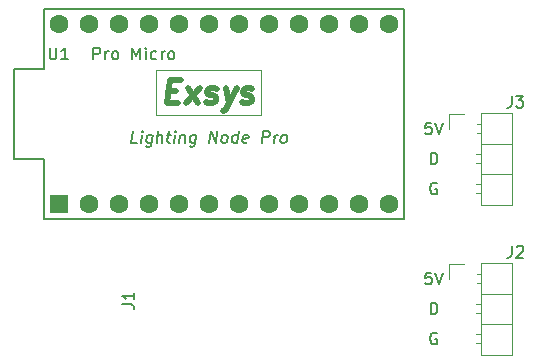
<source format=gto>
G04 #@! TF.GenerationSoftware,KiCad,Pcbnew,7.0.1*
G04 #@! TF.CreationDate,2023-04-10T14:55:27+02:00*
G04 #@! TF.ProjectId,LightingNodeProV2,4c696768-7469-46e6-974e-6f646550726f,rev?*
G04 #@! TF.SameCoordinates,Original*
G04 #@! TF.FileFunction,Legend,Top*
G04 #@! TF.FilePolarity,Positive*
%FSLAX46Y46*%
G04 Gerber Fmt 4.6, Leading zero omitted, Abs format (unit mm)*
G04 Created by KiCad (PCBNEW 7.0.1) date 2023-04-10 14:55:27*
%MOMM*%
%LPD*%
G01*
G04 APERTURE LIST*
%ADD10C,0.120000*%
%ADD11C,0.150000*%
%ADD12C,0.500000*%
%ADD13R,1.600000X1.600000*%
%ADD14C,1.600000*%
G04 APERTURE END LIST*
D10*
X133985000Y-82820000D02*
X133985000Y-86630000D01*
X133985000Y-86630000D02*
X142875000Y-86630000D01*
X133985000Y-82820000D02*
X142875000Y-82820000D01*
X142875000Y-86630000D02*
X142875000Y-82820000D01*
D11*
X157289523Y-87282619D02*
X156813333Y-87282619D01*
X156813333Y-87282619D02*
X156765714Y-87758809D01*
X156765714Y-87758809D02*
X156813333Y-87711190D01*
X156813333Y-87711190D02*
X156908571Y-87663571D01*
X156908571Y-87663571D02*
X157146666Y-87663571D01*
X157146666Y-87663571D02*
X157241904Y-87711190D01*
X157241904Y-87711190D02*
X157289523Y-87758809D01*
X157289523Y-87758809D02*
X157337142Y-87854047D01*
X157337142Y-87854047D02*
X157337142Y-88092142D01*
X157337142Y-88092142D02*
X157289523Y-88187380D01*
X157289523Y-88187380D02*
X157241904Y-88235000D01*
X157241904Y-88235000D02*
X157146666Y-88282619D01*
X157146666Y-88282619D02*
X156908571Y-88282619D01*
X156908571Y-88282619D02*
X156813333Y-88235000D01*
X156813333Y-88235000D02*
X156765714Y-88187380D01*
X157622857Y-87282619D02*
X157956190Y-88282619D01*
X157956190Y-88282619D02*
X158289523Y-87282619D01*
X157218095Y-90822619D02*
X157218095Y-89822619D01*
X157218095Y-89822619D02*
X157456190Y-89822619D01*
X157456190Y-89822619D02*
X157599047Y-89870238D01*
X157599047Y-89870238D02*
X157694285Y-89965476D01*
X157694285Y-89965476D02*
X157741904Y-90060714D01*
X157741904Y-90060714D02*
X157789523Y-90251190D01*
X157789523Y-90251190D02*
X157789523Y-90394047D01*
X157789523Y-90394047D02*
X157741904Y-90584523D01*
X157741904Y-90584523D02*
X157694285Y-90679761D01*
X157694285Y-90679761D02*
X157599047Y-90775000D01*
X157599047Y-90775000D02*
X157456190Y-90822619D01*
X157456190Y-90822619D02*
X157218095Y-90822619D01*
X157741904Y-105110238D02*
X157646666Y-105062619D01*
X157646666Y-105062619D02*
X157503809Y-105062619D01*
X157503809Y-105062619D02*
X157360952Y-105110238D01*
X157360952Y-105110238D02*
X157265714Y-105205476D01*
X157265714Y-105205476D02*
X157218095Y-105300714D01*
X157218095Y-105300714D02*
X157170476Y-105491190D01*
X157170476Y-105491190D02*
X157170476Y-105634047D01*
X157170476Y-105634047D02*
X157218095Y-105824523D01*
X157218095Y-105824523D02*
X157265714Y-105919761D01*
X157265714Y-105919761D02*
X157360952Y-106015000D01*
X157360952Y-106015000D02*
X157503809Y-106062619D01*
X157503809Y-106062619D02*
X157599047Y-106062619D01*
X157599047Y-106062619D02*
X157741904Y-106015000D01*
X157741904Y-106015000D02*
X157789523Y-105967380D01*
X157789523Y-105967380D02*
X157789523Y-105634047D01*
X157789523Y-105634047D02*
X157599047Y-105634047D01*
X157218095Y-103522619D02*
X157218095Y-102522619D01*
X157218095Y-102522619D02*
X157456190Y-102522619D01*
X157456190Y-102522619D02*
X157599047Y-102570238D01*
X157599047Y-102570238D02*
X157694285Y-102665476D01*
X157694285Y-102665476D02*
X157741904Y-102760714D01*
X157741904Y-102760714D02*
X157789523Y-102951190D01*
X157789523Y-102951190D02*
X157789523Y-103094047D01*
X157789523Y-103094047D02*
X157741904Y-103284523D01*
X157741904Y-103284523D02*
X157694285Y-103379761D01*
X157694285Y-103379761D02*
X157599047Y-103475000D01*
X157599047Y-103475000D02*
X157456190Y-103522619D01*
X157456190Y-103522619D02*
X157218095Y-103522619D01*
X128675238Y-81932619D02*
X128675238Y-80932619D01*
X128675238Y-80932619D02*
X129056190Y-80932619D01*
X129056190Y-80932619D02*
X129151428Y-80980238D01*
X129151428Y-80980238D02*
X129199047Y-81027857D01*
X129199047Y-81027857D02*
X129246666Y-81123095D01*
X129246666Y-81123095D02*
X129246666Y-81265952D01*
X129246666Y-81265952D02*
X129199047Y-81361190D01*
X129199047Y-81361190D02*
X129151428Y-81408809D01*
X129151428Y-81408809D02*
X129056190Y-81456428D01*
X129056190Y-81456428D02*
X128675238Y-81456428D01*
X129675238Y-81932619D02*
X129675238Y-81265952D01*
X129675238Y-81456428D02*
X129722857Y-81361190D01*
X129722857Y-81361190D02*
X129770476Y-81313571D01*
X129770476Y-81313571D02*
X129865714Y-81265952D01*
X129865714Y-81265952D02*
X129960952Y-81265952D01*
X130437143Y-81932619D02*
X130341905Y-81885000D01*
X130341905Y-81885000D02*
X130294286Y-81837380D01*
X130294286Y-81837380D02*
X130246667Y-81742142D01*
X130246667Y-81742142D02*
X130246667Y-81456428D01*
X130246667Y-81456428D02*
X130294286Y-81361190D01*
X130294286Y-81361190D02*
X130341905Y-81313571D01*
X130341905Y-81313571D02*
X130437143Y-81265952D01*
X130437143Y-81265952D02*
X130580000Y-81265952D01*
X130580000Y-81265952D02*
X130675238Y-81313571D01*
X130675238Y-81313571D02*
X130722857Y-81361190D01*
X130722857Y-81361190D02*
X130770476Y-81456428D01*
X130770476Y-81456428D02*
X130770476Y-81742142D01*
X130770476Y-81742142D02*
X130722857Y-81837380D01*
X130722857Y-81837380D02*
X130675238Y-81885000D01*
X130675238Y-81885000D02*
X130580000Y-81932619D01*
X130580000Y-81932619D02*
X130437143Y-81932619D01*
X131960953Y-81932619D02*
X131960953Y-80932619D01*
X131960953Y-80932619D02*
X132294286Y-81646904D01*
X132294286Y-81646904D02*
X132627619Y-80932619D01*
X132627619Y-80932619D02*
X132627619Y-81932619D01*
X133103810Y-81932619D02*
X133103810Y-81265952D01*
X133103810Y-80932619D02*
X133056191Y-80980238D01*
X133056191Y-80980238D02*
X133103810Y-81027857D01*
X133103810Y-81027857D02*
X133151429Y-80980238D01*
X133151429Y-80980238D02*
X133103810Y-80932619D01*
X133103810Y-80932619D02*
X133103810Y-81027857D01*
X134008571Y-81885000D02*
X133913333Y-81932619D01*
X133913333Y-81932619D02*
X133722857Y-81932619D01*
X133722857Y-81932619D02*
X133627619Y-81885000D01*
X133627619Y-81885000D02*
X133580000Y-81837380D01*
X133580000Y-81837380D02*
X133532381Y-81742142D01*
X133532381Y-81742142D02*
X133532381Y-81456428D01*
X133532381Y-81456428D02*
X133580000Y-81361190D01*
X133580000Y-81361190D02*
X133627619Y-81313571D01*
X133627619Y-81313571D02*
X133722857Y-81265952D01*
X133722857Y-81265952D02*
X133913333Y-81265952D01*
X133913333Y-81265952D02*
X134008571Y-81313571D01*
X134437143Y-81932619D02*
X134437143Y-81265952D01*
X134437143Y-81456428D02*
X134484762Y-81361190D01*
X134484762Y-81361190D02*
X134532381Y-81313571D01*
X134532381Y-81313571D02*
X134627619Y-81265952D01*
X134627619Y-81265952D02*
X134722857Y-81265952D01*
X135199048Y-81932619D02*
X135103810Y-81885000D01*
X135103810Y-81885000D02*
X135056191Y-81837380D01*
X135056191Y-81837380D02*
X135008572Y-81742142D01*
X135008572Y-81742142D02*
X135008572Y-81456428D01*
X135008572Y-81456428D02*
X135056191Y-81361190D01*
X135056191Y-81361190D02*
X135103810Y-81313571D01*
X135103810Y-81313571D02*
X135199048Y-81265952D01*
X135199048Y-81265952D02*
X135341905Y-81265952D01*
X135341905Y-81265952D02*
X135437143Y-81313571D01*
X135437143Y-81313571D02*
X135484762Y-81361190D01*
X135484762Y-81361190D02*
X135532381Y-81456428D01*
X135532381Y-81456428D02*
X135532381Y-81742142D01*
X135532381Y-81742142D02*
X135484762Y-81837380D01*
X135484762Y-81837380D02*
X135437143Y-81885000D01*
X135437143Y-81885000D02*
X135341905Y-81932619D01*
X135341905Y-81932619D02*
X135199048Y-81932619D01*
X157741904Y-92410238D02*
X157646666Y-92362619D01*
X157646666Y-92362619D02*
X157503809Y-92362619D01*
X157503809Y-92362619D02*
X157360952Y-92410238D01*
X157360952Y-92410238D02*
X157265714Y-92505476D01*
X157265714Y-92505476D02*
X157218095Y-92600714D01*
X157218095Y-92600714D02*
X157170476Y-92791190D01*
X157170476Y-92791190D02*
X157170476Y-92934047D01*
X157170476Y-92934047D02*
X157218095Y-93124523D01*
X157218095Y-93124523D02*
X157265714Y-93219761D01*
X157265714Y-93219761D02*
X157360952Y-93315000D01*
X157360952Y-93315000D02*
X157503809Y-93362619D01*
X157503809Y-93362619D02*
X157599047Y-93362619D01*
X157599047Y-93362619D02*
X157741904Y-93315000D01*
X157741904Y-93315000D02*
X157789523Y-93267380D01*
X157789523Y-93267380D02*
X157789523Y-92934047D01*
X157789523Y-92934047D02*
X157599047Y-92934047D01*
X157289523Y-99982619D02*
X156813333Y-99982619D01*
X156813333Y-99982619D02*
X156765714Y-100458809D01*
X156765714Y-100458809D02*
X156813333Y-100411190D01*
X156813333Y-100411190D02*
X156908571Y-100363571D01*
X156908571Y-100363571D02*
X157146666Y-100363571D01*
X157146666Y-100363571D02*
X157241904Y-100411190D01*
X157241904Y-100411190D02*
X157289523Y-100458809D01*
X157289523Y-100458809D02*
X157337142Y-100554047D01*
X157337142Y-100554047D02*
X157337142Y-100792142D01*
X157337142Y-100792142D02*
X157289523Y-100887380D01*
X157289523Y-100887380D02*
X157241904Y-100935000D01*
X157241904Y-100935000D02*
X157146666Y-100982619D01*
X157146666Y-100982619D02*
X156908571Y-100982619D01*
X156908571Y-100982619D02*
X156813333Y-100935000D01*
X156813333Y-100935000D02*
X156765714Y-100887380D01*
X157622857Y-99982619D02*
X157956190Y-100982619D01*
X157956190Y-100982619D02*
X158289523Y-99982619D01*
X132367499Y-88997619D02*
X131891308Y-88997619D01*
X131891308Y-88997619D02*
X132016308Y-87997619D01*
X132694879Y-88997619D02*
X132778213Y-88330952D01*
X132819879Y-87997619D02*
X132766308Y-88045238D01*
X132766308Y-88045238D02*
X132807975Y-88092857D01*
X132807975Y-88092857D02*
X132861546Y-88045238D01*
X132861546Y-88045238D02*
X132819879Y-87997619D01*
X132819879Y-87997619D02*
X132807975Y-88092857D01*
X133677022Y-88330952D02*
X133575832Y-89140476D01*
X133575832Y-89140476D02*
X133516308Y-89235714D01*
X133516308Y-89235714D02*
X133462736Y-89283333D01*
X133462736Y-89283333D02*
X133361546Y-89330952D01*
X133361546Y-89330952D02*
X133218689Y-89330952D01*
X133218689Y-89330952D02*
X133129403Y-89283333D01*
X133599641Y-88950000D02*
X133498451Y-88997619D01*
X133498451Y-88997619D02*
X133307975Y-88997619D01*
X133307975Y-88997619D02*
X133218689Y-88950000D01*
X133218689Y-88950000D02*
X133177022Y-88902380D01*
X133177022Y-88902380D02*
X133141308Y-88807142D01*
X133141308Y-88807142D02*
X133177022Y-88521428D01*
X133177022Y-88521428D02*
X133236546Y-88426190D01*
X133236546Y-88426190D02*
X133290117Y-88378571D01*
X133290117Y-88378571D02*
X133391308Y-88330952D01*
X133391308Y-88330952D02*
X133581784Y-88330952D01*
X133581784Y-88330952D02*
X133671070Y-88378571D01*
X134022260Y-88997619D02*
X134147260Y-87997619D01*
X134450832Y-88997619D02*
X134516308Y-88473809D01*
X134516308Y-88473809D02*
X134480594Y-88378571D01*
X134480594Y-88378571D02*
X134391308Y-88330952D01*
X134391308Y-88330952D02*
X134248451Y-88330952D01*
X134248451Y-88330952D02*
X134147260Y-88378571D01*
X134147260Y-88378571D02*
X134093689Y-88426190D01*
X134861547Y-88330952D02*
X135242499Y-88330952D01*
X135046070Y-87997619D02*
X134938928Y-88854761D01*
X134938928Y-88854761D02*
X134974642Y-88950000D01*
X134974642Y-88950000D02*
X135063928Y-88997619D01*
X135063928Y-88997619D02*
X135159166Y-88997619D01*
X135486546Y-88997619D02*
X135569880Y-88330952D01*
X135611546Y-87997619D02*
X135557975Y-88045238D01*
X135557975Y-88045238D02*
X135599642Y-88092857D01*
X135599642Y-88092857D02*
X135653213Y-88045238D01*
X135653213Y-88045238D02*
X135611546Y-87997619D01*
X135611546Y-87997619D02*
X135599642Y-88092857D01*
X136040118Y-88330952D02*
X135956784Y-88997619D01*
X136028213Y-88426190D02*
X136081784Y-88378571D01*
X136081784Y-88378571D02*
X136182975Y-88330952D01*
X136182975Y-88330952D02*
X136325832Y-88330952D01*
X136325832Y-88330952D02*
X136415118Y-88378571D01*
X136415118Y-88378571D02*
X136450832Y-88473809D01*
X136450832Y-88473809D02*
X136385356Y-88997619D01*
X137367499Y-88330952D02*
X137266309Y-89140476D01*
X137266309Y-89140476D02*
X137206785Y-89235714D01*
X137206785Y-89235714D02*
X137153213Y-89283333D01*
X137153213Y-89283333D02*
X137052023Y-89330952D01*
X137052023Y-89330952D02*
X136909166Y-89330952D01*
X136909166Y-89330952D02*
X136819880Y-89283333D01*
X137290118Y-88950000D02*
X137188928Y-88997619D01*
X137188928Y-88997619D02*
X136998452Y-88997619D01*
X136998452Y-88997619D02*
X136909166Y-88950000D01*
X136909166Y-88950000D02*
X136867499Y-88902380D01*
X136867499Y-88902380D02*
X136831785Y-88807142D01*
X136831785Y-88807142D02*
X136867499Y-88521428D01*
X136867499Y-88521428D02*
X136927023Y-88426190D01*
X136927023Y-88426190D02*
X136980594Y-88378571D01*
X136980594Y-88378571D02*
X137081785Y-88330952D01*
X137081785Y-88330952D02*
X137272261Y-88330952D01*
X137272261Y-88330952D02*
X137361547Y-88378571D01*
X138474642Y-88997619D02*
X138599642Y-87997619D01*
X138599642Y-87997619D02*
X139046071Y-88997619D01*
X139046071Y-88997619D02*
X139171071Y-87997619D01*
X139659167Y-88997619D02*
X139569881Y-88950000D01*
X139569881Y-88950000D02*
X139528214Y-88902380D01*
X139528214Y-88902380D02*
X139492500Y-88807142D01*
X139492500Y-88807142D02*
X139528214Y-88521428D01*
X139528214Y-88521428D02*
X139587738Y-88426190D01*
X139587738Y-88426190D02*
X139641309Y-88378571D01*
X139641309Y-88378571D02*
X139742500Y-88330952D01*
X139742500Y-88330952D02*
X139885357Y-88330952D01*
X139885357Y-88330952D02*
X139974643Y-88378571D01*
X139974643Y-88378571D02*
X140016309Y-88426190D01*
X140016309Y-88426190D02*
X140052024Y-88521428D01*
X140052024Y-88521428D02*
X140016309Y-88807142D01*
X140016309Y-88807142D02*
X139956786Y-88902380D01*
X139956786Y-88902380D02*
X139903214Y-88950000D01*
X139903214Y-88950000D02*
X139802024Y-88997619D01*
X139802024Y-88997619D02*
X139659167Y-88997619D01*
X140843691Y-88997619D02*
X140968691Y-87997619D01*
X140849643Y-88950000D02*
X140748453Y-88997619D01*
X140748453Y-88997619D02*
X140557977Y-88997619D01*
X140557977Y-88997619D02*
X140468691Y-88950000D01*
X140468691Y-88950000D02*
X140427024Y-88902380D01*
X140427024Y-88902380D02*
X140391310Y-88807142D01*
X140391310Y-88807142D02*
X140427024Y-88521428D01*
X140427024Y-88521428D02*
X140486548Y-88426190D01*
X140486548Y-88426190D02*
X140540119Y-88378571D01*
X140540119Y-88378571D02*
X140641310Y-88330952D01*
X140641310Y-88330952D02*
X140831786Y-88330952D01*
X140831786Y-88330952D02*
X140921072Y-88378571D01*
X141700834Y-88950000D02*
X141599644Y-88997619D01*
X141599644Y-88997619D02*
X141409167Y-88997619D01*
X141409167Y-88997619D02*
X141319882Y-88950000D01*
X141319882Y-88950000D02*
X141284167Y-88854761D01*
X141284167Y-88854761D02*
X141331787Y-88473809D01*
X141331787Y-88473809D02*
X141391310Y-88378571D01*
X141391310Y-88378571D02*
X141492501Y-88330952D01*
X141492501Y-88330952D02*
X141682977Y-88330952D01*
X141682977Y-88330952D02*
X141772263Y-88378571D01*
X141772263Y-88378571D02*
X141807977Y-88473809D01*
X141807977Y-88473809D02*
X141796072Y-88569047D01*
X141796072Y-88569047D02*
X141307977Y-88664285D01*
X142927024Y-88997619D02*
X143052024Y-87997619D01*
X143052024Y-87997619D02*
X143432977Y-87997619D01*
X143432977Y-87997619D02*
X143522262Y-88045238D01*
X143522262Y-88045238D02*
X143563929Y-88092857D01*
X143563929Y-88092857D02*
X143599643Y-88188095D01*
X143599643Y-88188095D02*
X143581786Y-88330952D01*
X143581786Y-88330952D02*
X143522262Y-88426190D01*
X143522262Y-88426190D02*
X143468691Y-88473809D01*
X143468691Y-88473809D02*
X143367501Y-88521428D01*
X143367501Y-88521428D02*
X142986548Y-88521428D01*
X143921072Y-88997619D02*
X144004406Y-88330952D01*
X143980596Y-88521428D02*
X144040120Y-88426190D01*
X144040120Y-88426190D02*
X144093691Y-88378571D01*
X144093691Y-88378571D02*
X144194882Y-88330952D01*
X144194882Y-88330952D02*
X144290120Y-88330952D01*
X144677025Y-88997619D02*
X144587739Y-88950000D01*
X144587739Y-88950000D02*
X144546072Y-88902380D01*
X144546072Y-88902380D02*
X144510358Y-88807142D01*
X144510358Y-88807142D02*
X144546072Y-88521428D01*
X144546072Y-88521428D02*
X144605596Y-88426190D01*
X144605596Y-88426190D02*
X144659167Y-88378571D01*
X144659167Y-88378571D02*
X144760358Y-88330952D01*
X144760358Y-88330952D02*
X144903215Y-88330952D01*
X144903215Y-88330952D02*
X144992501Y-88378571D01*
X144992501Y-88378571D02*
X145034167Y-88426190D01*
X145034167Y-88426190D02*
X145069882Y-88521428D01*
X145069882Y-88521428D02*
X145034167Y-88807142D01*
X145034167Y-88807142D02*
X144974644Y-88902380D01*
X144974644Y-88902380D02*
X144921072Y-88950000D01*
X144921072Y-88950000D02*
X144819882Y-88997619D01*
X144819882Y-88997619D02*
X144677025Y-88997619D01*
D12*
X135001429Y-84602619D02*
X135668095Y-84602619D01*
X135822857Y-85650238D02*
X134870476Y-85650238D01*
X134870476Y-85650238D02*
X135120476Y-83650238D01*
X135120476Y-83650238D02*
X136072857Y-83650238D01*
X136477619Y-85650238D02*
X137691905Y-84316904D01*
X136644286Y-84316904D02*
X137525238Y-85650238D01*
X138191905Y-85555000D02*
X138370476Y-85650238D01*
X138370476Y-85650238D02*
X138751429Y-85650238D01*
X138751429Y-85650238D02*
X138953810Y-85555000D01*
X138953810Y-85555000D02*
X139072857Y-85364523D01*
X139072857Y-85364523D02*
X139084762Y-85269285D01*
X139084762Y-85269285D02*
X139013333Y-85078809D01*
X139013333Y-85078809D02*
X138834762Y-84983571D01*
X138834762Y-84983571D02*
X138549048Y-84983571D01*
X138549048Y-84983571D02*
X138370476Y-84888333D01*
X138370476Y-84888333D02*
X138299048Y-84697857D01*
X138299048Y-84697857D02*
X138310953Y-84602619D01*
X138310953Y-84602619D02*
X138430000Y-84412142D01*
X138430000Y-84412142D02*
X138632381Y-84316904D01*
X138632381Y-84316904D02*
X138918095Y-84316904D01*
X138918095Y-84316904D02*
X139096667Y-84412142D01*
X139858572Y-84316904D02*
X140168096Y-85650238D01*
X140810953Y-84316904D02*
X140168096Y-85650238D01*
X140168096Y-85650238D02*
X139918096Y-86126428D01*
X139918096Y-86126428D02*
X139810953Y-86221666D01*
X139810953Y-86221666D02*
X139608572Y-86316904D01*
X141227619Y-85555000D02*
X141406190Y-85650238D01*
X141406190Y-85650238D02*
X141787143Y-85650238D01*
X141787143Y-85650238D02*
X141989524Y-85555000D01*
X141989524Y-85555000D02*
X142108571Y-85364523D01*
X142108571Y-85364523D02*
X142120476Y-85269285D01*
X142120476Y-85269285D02*
X142049047Y-85078809D01*
X142049047Y-85078809D02*
X141870476Y-84983571D01*
X141870476Y-84983571D02*
X141584762Y-84983571D01*
X141584762Y-84983571D02*
X141406190Y-84888333D01*
X141406190Y-84888333D02*
X141334762Y-84697857D01*
X141334762Y-84697857D02*
X141346667Y-84602619D01*
X141346667Y-84602619D02*
X141465714Y-84412142D01*
X141465714Y-84412142D02*
X141668095Y-84316904D01*
X141668095Y-84316904D02*
X141953809Y-84316904D01*
X141953809Y-84316904D02*
X142132381Y-84412142D01*
D11*
X164071666Y-85012619D02*
X164071666Y-85726904D01*
X164071666Y-85726904D02*
X164024047Y-85869761D01*
X164024047Y-85869761D02*
X163928809Y-85965000D01*
X163928809Y-85965000D02*
X163785952Y-86012619D01*
X163785952Y-86012619D02*
X163690714Y-86012619D01*
X164452619Y-85012619D02*
X165071666Y-85012619D01*
X165071666Y-85012619D02*
X164738333Y-85393571D01*
X164738333Y-85393571D02*
X164881190Y-85393571D01*
X164881190Y-85393571D02*
X164976428Y-85441190D01*
X164976428Y-85441190D02*
X165024047Y-85488809D01*
X165024047Y-85488809D02*
X165071666Y-85584047D01*
X165071666Y-85584047D02*
X165071666Y-85822142D01*
X165071666Y-85822142D02*
X165024047Y-85917380D01*
X165024047Y-85917380D02*
X164976428Y-85965000D01*
X164976428Y-85965000D02*
X164881190Y-86012619D01*
X164881190Y-86012619D02*
X164595476Y-86012619D01*
X164595476Y-86012619D02*
X164500238Y-85965000D01*
X164500238Y-85965000D02*
X164452619Y-85917380D01*
X124968095Y-80932619D02*
X124968095Y-81742142D01*
X124968095Y-81742142D02*
X125015714Y-81837380D01*
X125015714Y-81837380D02*
X125063333Y-81885000D01*
X125063333Y-81885000D02*
X125158571Y-81932619D01*
X125158571Y-81932619D02*
X125349047Y-81932619D01*
X125349047Y-81932619D02*
X125444285Y-81885000D01*
X125444285Y-81885000D02*
X125491904Y-81837380D01*
X125491904Y-81837380D02*
X125539523Y-81742142D01*
X125539523Y-81742142D02*
X125539523Y-80932619D01*
X126539523Y-81932619D02*
X125968095Y-81932619D01*
X126253809Y-81932619D02*
X126253809Y-80932619D01*
X126253809Y-80932619D02*
X126158571Y-81075476D01*
X126158571Y-81075476D02*
X126063333Y-81170714D01*
X126063333Y-81170714D02*
X125968095Y-81218333D01*
X131117619Y-102673333D02*
X131831904Y-102673333D01*
X131831904Y-102673333D02*
X131974761Y-102720952D01*
X131974761Y-102720952D02*
X132070000Y-102816190D01*
X132070000Y-102816190D02*
X132117619Y-102959047D01*
X132117619Y-102959047D02*
X132117619Y-103054285D01*
X132117619Y-101673333D02*
X132117619Y-102244761D01*
X132117619Y-101959047D02*
X131117619Y-101959047D01*
X131117619Y-101959047D02*
X131260476Y-102054285D01*
X131260476Y-102054285D02*
X131355714Y-102149523D01*
X131355714Y-102149523D02*
X131403333Y-102244761D01*
X164071666Y-97712619D02*
X164071666Y-98426904D01*
X164071666Y-98426904D02*
X164024047Y-98569761D01*
X164024047Y-98569761D02*
X163928809Y-98665000D01*
X163928809Y-98665000D02*
X163785952Y-98712619D01*
X163785952Y-98712619D02*
X163690714Y-98712619D01*
X164500238Y-97807857D02*
X164547857Y-97760238D01*
X164547857Y-97760238D02*
X164643095Y-97712619D01*
X164643095Y-97712619D02*
X164881190Y-97712619D01*
X164881190Y-97712619D02*
X164976428Y-97760238D01*
X164976428Y-97760238D02*
X165024047Y-97807857D01*
X165024047Y-97807857D02*
X165071666Y-97903095D01*
X165071666Y-97903095D02*
X165071666Y-97998333D01*
X165071666Y-97998333D02*
X165024047Y-98141190D01*
X165024047Y-98141190D02*
X164452619Y-98712619D01*
X164452619Y-98712619D02*
X165071666Y-98712619D01*
D10*
X158750000Y-86550000D02*
X160020000Y-86550000D01*
X158750000Y-87820000D02*
X158750000Y-86550000D01*
X161062929Y-89980000D02*
X161460000Y-89980000D01*
X161062929Y-90740000D02*
X161460000Y-90740000D01*
X161062929Y-92520000D02*
X161460000Y-92520000D01*
X161062929Y-93280000D02*
X161460000Y-93280000D01*
X161130000Y-87440000D02*
X161460000Y-87440000D01*
X161130000Y-88200000D02*
X161460000Y-88200000D01*
X161460000Y-86490000D02*
X161460000Y-94230000D01*
X161460000Y-89090000D02*
X164120000Y-89090000D01*
X161460000Y-91630000D02*
X164120000Y-91630000D01*
X161460000Y-94230000D02*
X164120000Y-94230000D01*
X164120000Y-86490000D02*
X161460000Y-86490000D01*
X164120000Y-94230000D02*
X164120000Y-86490000D01*
D11*
X121920000Y-82740000D02*
X124460000Y-82740000D01*
X121920000Y-90360000D02*
X121920000Y-82740000D01*
X124460000Y-77660000D02*
X154940000Y-77660000D01*
X124460000Y-82740000D02*
X124460000Y-77660000D01*
X124460000Y-90360000D02*
X121920000Y-90360000D01*
X124460000Y-95440000D02*
X124460000Y-90360000D01*
X124460000Y-95440000D02*
X154940000Y-95440000D01*
X154940000Y-77660000D02*
X154940000Y-95440000D01*
D10*
X158750000Y-99250000D02*
X160020000Y-99250000D01*
X158750000Y-100520000D02*
X158750000Y-99250000D01*
X161062929Y-102680000D02*
X161460000Y-102680000D01*
X161062929Y-103440000D02*
X161460000Y-103440000D01*
X161062929Y-105220000D02*
X161460000Y-105220000D01*
X161062929Y-105980000D02*
X161460000Y-105980000D01*
X161130000Y-100140000D02*
X161460000Y-100140000D01*
X161130000Y-100900000D02*
X161460000Y-100900000D01*
X161460000Y-99190000D02*
X161460000Y-106930000D01*
X161460000Y-101790000D02*
X164120000Y-101790000D01*
X161460000Y-104330000D02*
X164120000Y-104330000D01*
X161460000Y-106930000D02*
X164120000Y-106930000D01*
X164120000Y-99190000D02*
X161460000Y-99190000D01*
X164120000Y-106930000D02*
X164120000Y-99190000D01*
D13*
X125730000Y-94170000D03*
D14*
X128270000Y-94170000D03*
X130810000Y-94170000D03*
X133350000Y-94170000D03*
X135890000Y-94170000D03*
X138430000Y-94170000D03*
X140970000Y-94170000D03*
X143510000Y-94170000D03*
X146050000Y-94170000D03*
X148590000Y-94170000D03*
X151130000Y-94170000D03*
X153670000Y-94170000D03*
X153670000Y-78930000D03*
X151130000Y-78930000D03*
X148590000Y-78930000D03*
X146050000Y-78930000D03*
X143510000Y-78930000D03*
X140970000Y-78930000D03*
X138430000Y-78930000D03*
X135890000Y-78930000D03*
X133350000Y-78930000D03*
X130810000Y-78930000D03*
X128270000Y-78930000D03*
X125730000Y-78930000D03*
M02*

</source>
